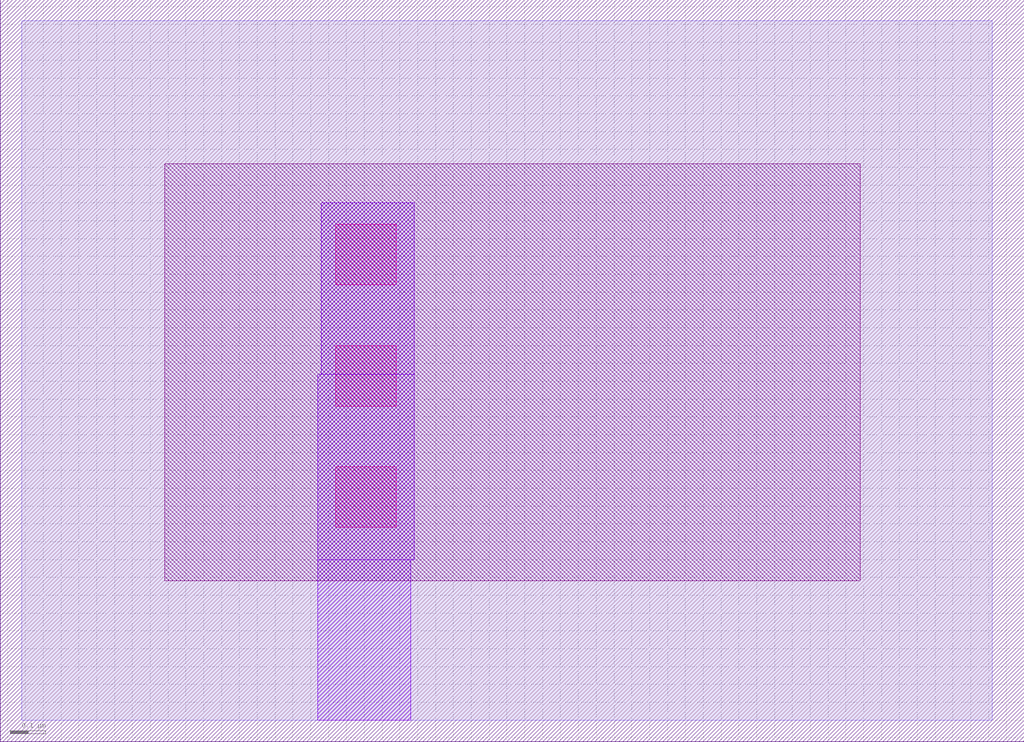
<source format=lef>
VERSION 5.7 ;
  NOWIREEXTENSIONATPIN ON ;
  DIVIDERCHAR "/" ;
  BUSBITCHARS "[]" ;
UNITS
  DATABASE MICRONS 200 ;
END UNITS

LAYER via2
  TYPE CUT ;
END via2

LAYER via
  TYPE CUT ;
END via

LAYER nwell
  TYPE MASTERSLICE ;
END nwell

LAYER via3
  TYPE CUT ;
END via3

LAYER pwell
  TYPE MASTERSLICE ;
END pwell

LAYER via4
  TYPE CUT ;
END via4

LAYER mcon
  TYPE CUT ;
END mcon

LAYER met6
  TYPE ROUTING ;
  WIDTH 0.030000 ;
  SPACING 0.040000 ;
  DIRECTION HORIZONTAL ;
END met6

LAYER met1
  TYPE ROUTING ;
  WIDTH 0.140000 ;
  SPACING 0.140000 ;
  DIRECTION HORIZONTAL ;
END met1

LAYER met3
  TYPE ROUTING ;
  WIDTH 0.300000 ;
  SPACING 0.300000 ;
  DIRECTION HORIZONTAL ;
END met3

LAYER met2
  TYPE ROUTING ;
  WIDTH 0.140000 ;
  SPACING 0.140000 ;
  DIRECTION HORIZONTAL ;
END met2

LAYER met4
  TYPE ROUTING ;
  WIDTH 0.300000 ;
  SPACING 0.300000 ;
  DIRECTION HORIZONTAL ;
END met4

LAYER met5
  TYPE ROUTING ;
  WIDTH 1.600000 ;
  SPACING 1.600000 ;
  DIRECTION HORIZONTAL ;
END met5

LAYER li1
  TYPE ROUTING ;
  WIDTH 0.170000 ;
  SPACING 0.170000 ;
  DIRECTION HORIZONTAL ;
END li1

MACRO sky130_hilas_overlapcap01
  CLASS BLOCK ;
  FOREIGN sky130_hilas_overlapcap01 ;
  ORIGIN 2.870 0.710 ;
  SIZE 2.870 BY 2.080 ;
  OBS
      LAYER nwell ;
        RECT -2.810 -0.650 -0.090 1.310 ;
      LAYER li1 ;
        RECT -2.410 -0.260 -0.460 0.910 ;
      LAYER mcon ;
        RECT -1.930 0.570 -1.760 0.740 ;
        RECT -1.930 0.230 -1.760 0.400 ;
        RECT -1.930 -0.110 -1.760 0.060 ;
      LAYER met1 ;
        RECT -1.970 0.320 -1.710 0.800 ;
        RECT -1.980 -0.200 -1.710 0.320 ;
        RECT -1.980 -0.650 -1.720 -0.200 ;
  END
END sky130_hilas_overlapcap01
END LIBRARY


</source>
